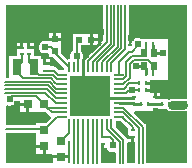
<source format=gtl>
G04*
G04 #@! TF.GenerationSoftware,Altium Limited,Altium Designer,19.0.15 (446)*
G04*
G04 Layer_Physical_Order=1*
G04 Layer_Color=255*
%FSLAX24Y24*%
%MOIN*%
G70*
G01*
G75*
%ADD13C,0.0079*%
%ADD14C,0.0059*%
%ADD16R,0.0106X0.0118*%
%ADD17R,0.0118X0.0106*%
%ADD18R,0.0217X0.0256*%
%ADD19R,0.0236X0.0197*%
%ADD20R,0.0295X0.0551*%
%ADD21R,0.0295X0.0315*%
%ADD22R,0.0315X0.0315*%
%ADD23R,0.0197X0.0236*%
%ADD24R,0.0315X0.0295*%
%ADD25R,0.1378X0.1378*%
%ADD26O,0.0079X0.0335*%
%ADD27O,0.0335X0.0079*%
%ADD41C,0.0090*%
%ADD42C,0.0100*%
%ADD43C,0.0065*%
%ADD44C,0.0315*%
%ADD45C,0.0240*%
G36*
X431Y1844D02*
X297Y1710D01*
X247Y1731D01*
Y1826D01*
X79D01*
Y1678D01*
X194D01*
X215Y1628D01*
X-171Y1242D01*
X-174Y1238D01*
X-198Y1238D01*
X-206Y1244D01*
X-235Y1281D01*
X-231Y1296D01*
X-230Y1325D01*
X-231Y1354D01*
X-237Y1382D01*
X-246Y1409D01*
X-259Y1435D01*
X-275Y1459D01*
X-294Y1481D01*
X-310Y1495D01*
Y1678D01*
X-21D01*
Y1876D01*
Y2074D01*
X-582D01*
Y1835D01*
X-583Y1834D01*
X-588Y1812D01*
X-590Y1790D01*
Y1495D01*
X-606Y1481D01*
X-625Y1459D01*
X-641Y1435D01*
X-654Y1409D01*
X-663Y1382D01*
X-669Y1354D01*
X-670Y1325D01*
X-669Y1296D01*
X-663Y1268D01*
X-659Y1256D01*
X-680Y1223D01*
X-695Y1212D01*
X-709Y1213D01*
X-731Y1211D01*
X-752Y1206D01*
X-766Y1200D01*
X-983Y1417D01*
Y1672D01*
Y1840D01*
X-1418D01*
X-1430Y1834D01*
X-1439Y1837D01*
X-1467Y1843D01*
X-1496Y1844D01*
X-1525Y1843D01*
X-1553Y1837D01*
X-1580Y1828D01*
X-1606Y1815D01*
X-1630Y1799D01*
X-1652Y1780D01*
X-1671Y1758D01*
X-1687Y1734D01*
X-1700Y1708D01*
X-1709Y1681D01*
X-1715Y1653D01*
X-1717Y1624D01*
X-1715Y1595D01*
X-1709Y1567D01*
X-1700Y1540D01*
X-1687Y1514D01*
X-1671Y1490D01*
X-1652Y1468D01*
X-1630Y1449D01*
X-1606Y1433D01*
X-1580Y1420D01*
X-1553Y1411D01*
X-1525Y1405D01*
X-1496Y1404D01*
X-1467Y1405D01*
X-1439Y1411D01*
X-1430Y1414D01*
X-1389Y1392D01*
X-1380Y1380D01*
Y1278D01*
X-1239D01*
X-860Y898D01*
X-876Y848D01*
X-1024D01*
X-1117Y941D01*
X-1134Y956D01*
X-1153Y967D01*
X-1173Y975D01*
X-1194Y981D01*
X-1216Y982D01*
X-1357D01*
Y1017D01*
X-1516D01*
Y1067D01*
X-1566D01*
Y1220D01*
X-1632D01*
Y1320D01*
X-1888D01*
Y1558D01*
X-2047D01*
Y1608D01*
X-2097D01*
Y1761D01*
X-2233D01*
Y1608D01*
X-2283D01*
Y1558D01*
X-2443D01*
Y1320D01*
X-2698D01*
Y593D01*
X-2822D01*
Y3019D01*
X431D01*
Y1844D01*
D02*
G37*
G36*
X3216Y-108D02*
X3097D01*
X3091Y-108D01*
X2717D01*
X2689Y-110D01*
X2663Y-115D01*
X2637Y-124D01*
X2613Y-136D01*
X2611Y-137D01*
X2561Y-116D01*
Y-116D01*
X2324D01*
Y-95D01*
X2165D01*
Y-45D01*
X2115D01*
Y108D01*
X2006D01*
X2006Y135D01*
X1852D01*
Y235D01*
X2005D01*
Y256D01*
X2005D01*
Y365D01*
X1852D01*
Y465D01*
X2005D01*
Y525D01*
X2590D01*
X2590Y1905D01*
X1702D01*
X1700Y1906D01*
X1674Y1919D01*
X1647Y1928D01*
X1619Y1934D01*
X1590Y1936D01*
X1561Y1934D01*
X1533Y1928D01*
X1506Y1919D01*
X1480Y1906D01*
X1478Y1905D01*
X1403D01*
Y1850D01*
X1389D01*
Y1804D01*
X1386Y1799D01*
X1377Y1772D01*
X1371Y1744D01*
X1370Y1715D01*
X1371Y1697D01*
X1289D01*
Y1850D01*
X1282D01*
Y3019D01*
X3216D01*
Y-108D01*
D02*
G37*
G36*
X-2324Y-226D02*
X-2077D01*
Y-276D01*
X-2027D01*
Y-533D01*
X-1829D01*
X-1829Y-533D01*
X-1793D01*
Y-533D01*
X-1779Y-533D01*
X-1486D01*
X-1369Y-650D01*
X-1352Y-664D01*
X-1333Y-676D01*
X-1330Y-677D01*
X-1320Y-697D01*
X-1315Y-717D01*
X-1316Y-735D01*
X-1486Y-904D01*
X-1793D01*
Y-963D01*
X-2815D01*
X-2822Y-956D01*
Y-341D01*
X-2822Y-340D01*
X-2772Y-311D01*
X-2771Y-312D01*
X-2744Y-321D01*
X-2716Y-327D01*
X-2687Y-329D01*
X-2658Y-327D01*
X-2630Y-321D01*
X-2603Y-312D01*
X-2577Y-299D01*
X-2553Y-283D01*
X-2531Y-264D01*
X-2512Y-242D01*
X-2496Y-219D01*
X-2483Y-193D01*
X-2474Y-165D01*
X-2473Y-159D01*
X-2324D01*
Y-226D01*
D02*
G37*
G36*
X1258Y-1092D02*
Y-1391D01*
X1208Y-1405D01*
X1207Y-1404D01*
X1194Y-1389D01*
X848Y-1043D01*
Y-848D01*
X1015D01*
X1258Y-1092D01*
D02*
G37*
G36*
X2254Y-435D02*
X2548D01*
X2552Y-441D01*
X2570Y-461D01*
X2590Y-479D01*
X2613Y-494D01*
X2637Y-506D01*
X2663Y-515D01*
X2689Y-520D01*
X2717Y-522D01*
X3091D01*
X3097Y-522D01*
X3216D01*
Y-2232D01*
X1874D01*
Y-1032D01*
X1872Y-1012D01*
X1868Y-992D01*
X1860Y-973D01*
X1849Y-955D01*
X1836Y-940D01*
X1464Y-568D01*
X1483Y-522D01*
X2077D01*
Y-423D01*
X2254D01*
Y-435D01*
D02*
G37*
G36*
X1467Y-1525D02*
X1496D01*
Y-2232D01*
X1232D01*
Y-1564D01*
X1258Y-1525D01*
X1367D01*
Y-1372D01*
X1467D01*
Y-1525D01*
D02*
G37*
G36*
X473Y-1761D02*
X556D01*
X557Y-1764D01*
X573Y-1788D01*
X592Y-1809D01*
X614Y-1828D01*
X638Y-1844D01*
X664Y-1857D01*
X691Y-1866D01*
X719Y-1872D01*
X748Y-1874D01*
X777Y-1872D01*
X805Y-1866D01*
X854Y-1899D01*
Y-2232D01*
X366D01*
Y-1761D01*
X373D01*
Y-1608D01*
X473D01*
Y-1761D01*
D02*
G37*
G36*
X-1793Y-1385D02*
X-1793Y-1399D01*
Y-1435D01*
X-1793Y-1449D01*
Y-1633D01*
X-1535D01*
Y-1683D01*
X-1485D01*
Y-1931D01*
X-1292D01*
X-1278Y-1931D01*
X-1242Y-1964D01*
Y-1987D01*
X-727D01*
Y-1790D01*
X-727D01*
Y-1754D01*
X-727D01*
Y-1494D01*
X-726Y-1494D01*
X-676Y-1520D01*
Y-2232D01*
X-727D01*
Y-2087D01*
X-1242D01*
Y-2232D01*
X-2822D01*
Y-1249D01*
X-2815Y-1242D01*
X-1793D01*
Y-1385D01*
D02*
G37*
%LPC*%
G36*
X-983Y2108D02*
X-1131D01*
Y1940D01*
X-983D01*
Y2108D01*
D02*
G37*
G36*
X-1231D02*
X-1380D01*
Y1940D01*
X-1231D01*
Y2108D01*
D02*
G37*
G36*
X247Y2074D02*
X79D01*
Y1926D01*
X247D01*
Y2074D01*
D02*
G37*
G36*
X-1888Y1761D02*
X-1997D01*
Y1658D01*
X-1888D01*
Y1761D01*
D02*
G37*
G36*
X-2333D02*
X-2443D01*
Y1658D01*
X-2333D01*
Y1761D01*
D02*
G37*
G36*
X-1357Y1220D02*
X-1466D01*
Y1117D01*
X-1357D01*
Y1220D01*
D02*
G37*
G36*
X2215Y108D02*
Y5D01*
X2324D01*
Y108D01*
X2215D01*
D02*
G37*
G36*
X-2127Y-326D02*
X-2324D01*
Y-533D01*
X-2127D01*
Y-326D01*
D02*
G37*
G36*
X-1585Y-1733D02*
X-1793D01*
Y-1931D01*
X-1585D01*
Y-1733D01*
D02*
G37*
%LPD*%
D13*
X-1427Y-394D02*
X-1270Y-551D01*
X-945D01*
X945Y79D02*
X1179D01*
X1277Y1472D02*
X1339D01*
X945Y1140D02*
X1277Y1472D01*
X945Y709D02*
Y1140D01*
Y236D02*
X1129D01*
X1308Y414D02*
X1620D01*
X1129Y236D02*
X1308Y414D01*
X1377Y1472D02*
X1600Y1695D01*
X1339Y1472D02*
X1377Y1472D01*
X1285Y185D02*
X1628D01*
X1179Y79D02*
X1285Y185D01*
X-450Y1325D02*
Y1790D01*
X-394Y1847D01*
X-364Y1876D01*
X-447Y1328D02*
X-424Y1305D01*
X-394Y945D02*
Y1305D01*
X-424D02*
X-394D01*
X394Y-1354D02*
Y-945D01*
X423Y-1384D02*
X658D01*
X394Y-1354D02*
X423Y-1384D01*
X-1309Y1624D02*
X-1181Y1496D01*
X-1496Y1624D02*
X-1309D01*
X-1181Y1417D02*
Y1496D01*
Y1417D02*
X-709Y945D01*
X1073Y-709D02*
X1417Y-1053D01*
Y-1148D02*
Y-1053D01*
X945Y-709D02*
X1073D01*
X748Y-1654D02*
Y-1474D01*
X658Y-1384D02*
X748Y-1474D01*
X-1516Y843D02*
X-1216D01*
X-1082Y709D01*
X-945D01*
X-2598Y-20D02*
X-1801D01*
X-2687Y-108D02*
X-2598Y-20D01*
X-2815Y-1102D02*
X-1585D01*
X-1535Y-1152D01*
X-984Y-1506D02*
X-709Y-1230D01*
Y-945D01*
X-1535Y-1152D02*
X-1093Y-709D01*
X-945D01*
X-1801Y-20D02*
X-1545Y-276D01*
X-1427Y-394D01*
X-945D01*
D14*
X1106D02*
X1744Y-1032D01*
Y-2244D02*
Y-1032D01*
X945Y-394D02*
X1106D01*
X1096Y-551D02*
X1626Y-1081D01*
Y-2244D02*
Y-1081D01*
X945Y-551D02*
X1096D01*
X945Y394D02*
X1106D01*
X1096Y551D02*
X1201Y656D01*
X945Y551D02*
X1096D01*
X1106Y394D02*
X1319Y607D01*
X2137Y1006D02*
X2137Y979D01*
X1938Y1205D02*
X2137Y1006D01*
X1458Y1205D02*
X1938D01*
X2082Y715D02*
Y924D01*
X2137Y979D01*
X1858Y1487D02*
Y1715D01*
X1803Y1431D02*
X1858Y1487D01*
X1694Y1323D02*
X1803Y1431D01*
X1409Y1323D02*
X1694D01*
X1319Y607D02*
Y1066D01*
X1458Y1205D01*
X1201Y1115D02*
X1409Y1323D01*
X1201Y656D02*
Y1115D01*
X236Y-2234D02*
Y-945D01*
X551Y-1096D02*
X984Y-1529D01*
X709Y-1087D02*
X1102Y-1480D01*
X984Y-2244D02*
Y-1529D01*
X1102Y-2244D02*
Y-1480D01*
X709Y-1087D02*
Y-945D01*
X551Y-1096D02*
Y-945D01*
X79Y-2234D02*
Y-945D01*
X-79Y-2234D02*
Y-945D01*
X-236Y-2234D02*
Y-945D01*
X1152Y1545D02*
Y3022D01*
X709Y1102D02*
X1152Y1545D01*
X1033Y1594D02*
Y3022D01*
X551Y1112D02*
X1033Y1594D01*
X551Y945D02*
Y1112D01*
X915Y1643D02*
Y3022D01*
X394Y1121D02*
X915Y1643D01*
X394Y945D02*
Y1121D01*
X797Y1692D02*
Y3022D01*
X236Y1131D02*
X797Y1692D01*
X236Y945D02*
Y1131D01*
X679Y1741D02*
Y3022D01*
X79Y1141D02*
X679Y1741D01*
X561Y1790D02*
Y3022D01*
X-79Y1150D02*
X561Y1790D01*
X709Y945D02*
Y1102D01*
X79Y945D02*
Y1141D01*
X-79Y945D02*
Y1150D01*
X-2234Y581D02*
X-1303D01*
X-2451Y797D02*
Y945D01*
Y797D02*
X-2234Y581D01*
X-1880Y856D02*
Y945D01*
Y856D02*
X-1722Y699D01*
X-2047Y1112D02*
X-1880Y945D01*
X-2451D02*
X-2283Y1112D01*
Y1384D01*
X-2047Y1112D02*
Y1384D01*
X-1722Y699D02*
X-1254D01*
X-1181Y626D02*
X-1106Y551D01*
X-1254Y699D02*
X-1182Y626D01*
X-1181D01*
X-1161Y440D02*
X-1115Y394D01*
X-1303Y581D02*
X-1162Y440D01*
X-1161D01*
X-1164Y276D02*
X-1125Y236D01*
X-2825Y344D02*
X-1401D01*
X-2825Y226D02*
X-1450D01*
X-2825Y108D02*
X-1499D01*
X-2825Y463D02*
X-1352D01*
X-1165Y276D01*
X-1164D01*
X-1135Y79D02*
X-945D01*
X-1401Y344D02*
X-1135Y79D01*
X-1450Y226D02*
X-1145Y-79D01*
X-1499Y108D02*
X-1154Y-236D01*
X-1106Y551D02*
X-945D01*
X-1115Y394D02*
X-945D01*
X-1125Y236D02*
X-945D01*
X-1145Y-79D02*
X-945D01*
X-1154Y-236D02*
X-945D01*
D16*
X1852Y185D02*
D03*
X1628D02*
D03*
X1852Y415D02*
D03*
X1628D02*
D03*
X1858Y715D02*
D03*
X2082D02*
D03*
X2082Y1715D02*
D03*
X1858D02*
D03*
X2408Y-276D02*
D03*
X2632D02*
D03*
X1699D02*
D03*
X1923D02*
D03*
D17*
X1339Y1697D02*
D03*
Y1472D02*
D03*
X423Y-1608D02*
D03*
Y-1384D02*
D03*
X1417Y-1372D02*
D03*
Y-1148D02*
D03*
X-1516Y1067D02*
D03*
Y843D02*
D03*
X1457Y-270D02*
D03*
Y-45D02*
D03*
X-2283Y1608D02*
D03*
Y1384D02*
D03*
X-2047Y1608D02*
D03*
Y1384D02*
D03*
X2165Y-270D02*
D03*
Y-45D02*
D03*
D18*
X1803Y979D02*
D03*
X2137D02*
D03*
Y1431D02*
D03*
X1803Y1431D02*
D03*
D19*
X29Y1876D02*
D03*
X-364D02*
D03*
D20*
X-1880Y945D02*
D03*
X-2451D02*
D03*
D21*
X-1545Y-276D02*
D03*
X-2077D02*
D03*
D22*
X3091Y-315D02*
D03*
D23*
X-1181Y1890D02*
D03*
Y1496D02*
D03*
D24*
X-1535Y-1152D02*
D03*
Y-1683D02*
D03*
X-984Y-1506D02*
D03*
Y-2037D02*
D03*
D25*
X0Y0D02*
D03*
D26*
X-709Y945D02*
D03*
X-551D02*
D03*
X-394D02*
D03*
X-236D02*
D03*
X-79D02*
D03*
X79D02*
D03*
X236D02*
D03*
X394D02*
D03*
X551D02*
D03*
X709D02*
D03*
Y-945D02*
D03*
X551D02*
D03*
X394D02*
D03*
X236D02*
D03*
X79D02*
D03*
X-79D02*
D03*
X-236D02*
D03*
X-394D02*
D03*
X-551D02*
D03*
X-709D02*
D03*
D27*
X945Y709D02*
D03*
Y551D02*
D03*
Y394D02*
D03*
Y236D02*
D03*
Y79D02*
D03*
Y-79D02*
D03*
Y-236D02*
D03*
Y-394D02*
D03*
Y-551D02*
D03*
Y-709D02*
D03*
X-945D02*
D03*
Y-551D02*
D03*
Y-394D02*
D03*
Y-236D02*
D03*
Y-79D02*
D03*
Y79D02*
D03*
Y236D02*
D03*
Y394D02*
D03*
Y551D02*
D03*
Y709D02*
D03*
D41*
X1530Y979D02*
X1803D01*
X1858Y715D02*
Y924D01*
X1803Y979D02*
X1858Y924D01*
X2082Y1487D02*
X2137Y1431D01*
X2082Y1487D02*
Y1695D01*
X2137Y1431D02*
X2410Y1431D01*
X32Y1495D02*
X312Y1775D01*
X-148Y1325D02*
Y1437D01*
X-203Y1418D02*
Y1600D01*
Y1418D02*
X-150Y1365D01*
X-236Y185D02*
Y1236D01*
X-148Y1325D01*
X1923Y-276D02*
X2408D01*
X1459D02*
X1699D01*
X1453Y-270D02*
X1459Y-276D01*
X1420Y-236D02*
X1453Y-270D01*
X1420Y-79D02*
X1453Y-45D01*
X305Y-79D02*
X1420D01*
X965Y-236D02*
X1420D01*
D42*
X1140Y-1250D02*
X1262Y-1372D01*
X1417D01*
D43*
X-551Y-945D02*
X-543Y-953D01*
X-402Y-954D02*
X-394Y-945D01*
X-551D02*
Y-906D01*
X-543Y-2234D02*
Y-953D01*
X-402Y-2234D02*
Y-954D01*
D44*
X2717Y-315D02*
X3091D01*
D45*
X-1506Y-719D02*
D03*
X-797Y1437D02*
D03*
X-1370Y-2110D02*
D03*
X1360D02*
D03*
X1760Y-641D02*
D03*
X2440Y0D02*
D03*
X2120Y405D02*
D03*
X1368Y1939D02*
D03*
X1400Y196D02*
D03*
X1590Y1715D02*
D03*
X1530Y979D02*
D03*
X2410Y1431D02*
D03*
X-150Y1375D02*
D03*
X-450Y1325D02*
D03*
X3091Y1939D02*
D03*
X1998Y-1348D02*
D03*
X3091Y-2106D02*
D03*
X2254Y2894D02*
D03*
X2697Y30D02*
D03*
Y-659D02*
D03*
X-1496Y1624D02*
D03*
X3091Y-1348D02*
D03*
X1998Y-2106D02*
D03*
X1063Y-1063D02*
D03*
X1367Y-1634D02*
D03*
X472Y-1850D02*
D03*
X728Y-2106D02*
D03*
X748Y-1654D02*
D03*
X-2687Y-108D02*
D03*
X3091Y-659D02*
D03*
X2203Y-657D02*
D03*
X3091Y30D02*
D03*
X433Y-433D02*
D03*
X0D02*
D03*
X-433D02*
D03*
X433Y0D02*
D03*
X0D02*
D03*
X-433D02*
D03*
X433Y433D02*
D03*
X0D02*
D03*
X-433D02*
D03*
X3091Y2894D02*
D03*
X1407D02*
D03*
X-1526Y1319D02*
D03*
X-2697Y2894D02*
D03*
X-1220D02*
D03*
X305D02*
D03*
X-1909Y-1526D02*
D03*
X-2697Y-1555D02*
D03*
Y1437D02*
D03*
X3100Y1043D02*
D03*
X-2697Y-2106D02*
D03*
X-2402Y1929D02*
D03*
X-2087D02*
D03*
X-2431Y-709D02*
D03*
X-2431Y-276D02*
D03*
X-1220Y2244D02*
D03*
X39Y2451D02*
D03*
X344Y2126D02*
D03*
M02*

</source>
